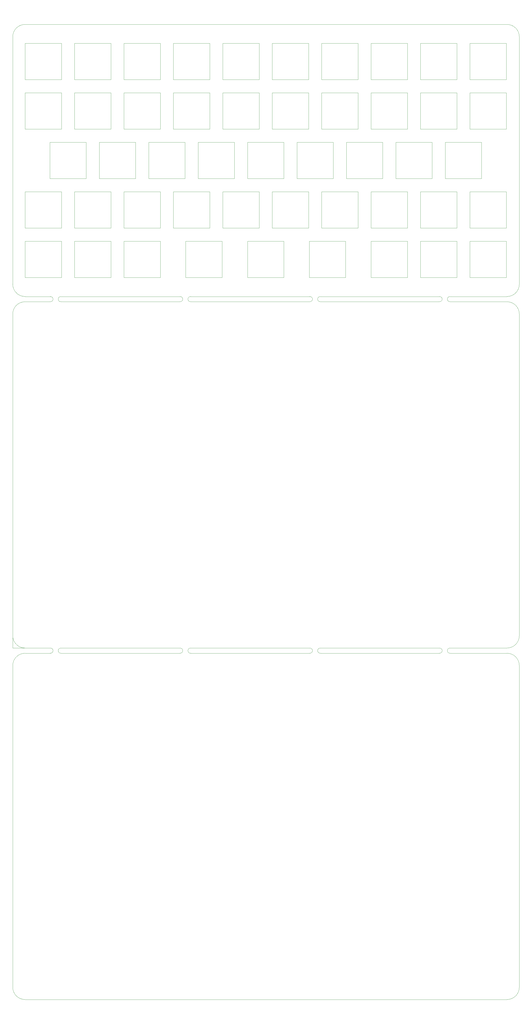
<source format=gbr>
%TF.GenerationSoftware,KiCad,Pcbnew,8.0.6*%
%TF.CreationDate,2024-11-17T06:17:46-07:00*%
%TF.ProjectId,framework,6672616d-6577-46f7-926b-2e6b69636164,1*%
%TF.SameCoordinates,Original*%
%TF.FileFunction,Profile,NP*%
%FSLAX46Y46*%
G04 Gerber Fmt 4.6, Leading zero omitted, Abs format (unit mm)*
G04 Created by KiCad (PCBNEW 8.0.6) date 2024-11-17 06:17:46*
%MOMM*%
%LPD*%
G01*
G04 APERTURE LIST*
%TA.AperFunction,Profile*%
%ADD10C,0.050000*%
%TD*%
G04 APERTURE END LIST*
D10*
X219867875Y-163303625D02*
X205867875Y-163303625D01*
X91567875Y-450528625D02*
X91567875Y-326703625D01*
X96330375Y-319941125D02*
X91567875Y-319941125D01*
X96330375Y-79816125D02*
X282067875Y-79816125D01*
X106105375Y-321941125D02*
X96330375Y-321941125D01*
X243680375Y-177303625D02*
X243680375Y-163303625D01*
X260105375Y-321941125D02*
X282067875Y-321941125D01*
X91567875Y-315178625D02*
X91567875Y-319941125D01*
X205867875Y-163303625D02*
X205867875Y-177303625D01*
X229680375Y-177303625D02*
X243680375Y-177303625D01*
X196055375Y-177303625D02*
X196055375Y-163303625D01*
X260105375Y-319941125D02*
X282067875Y-319941125D01*
X243680375Y-163303625D02*
X229680375Y-163303625D01*
X260105375Y-184591125D02*
X282067875Y-184591125D01*
X196055375Y-163303625D02*
X182055375Y-163303625D01*
X96330375Y-319941125D02*
X106105375Y-319941125D01*
X229680375Y-163303625D02*
X229680375Y-177303625D01*
X282067875Y-455291125D02*
X96330375Y-455291125D01*
X260105375Y-186591125D02*
X282067875Y-186591125D01*
X219867875Y-177303625D02*
X219867875Y-163303625D01*
X191580375Y-101103625D02*
X205580375Y-101103625D01*
X248730375Y-158253625D02*
X262730375Y-158253625D01*
X248730375Y-106153625D02*
X248730375Y-120153625D01*
X262730375Y-106153625D02*
X248730375Y-106153625D01*
X172530375Y-144253625D02*
X172530375Y-158253625D01*
X248730375Y-144253625D02*
X248730375Y-158253625D01*
X172530375Y-158253625D02*
X186530375Y-158253625D01*
X248730375Y-120153625D02*
X262730375Y-120153625D01*
X281780375Y-120153625D02*
X281780375Y-106153625D01*
X282067875Y-321941125D02*
G75*
G02*
X286830375Y-326703625I25J-4762475D01*
G01*
X243680375Y-144253625D02*
X229680375Y-144253625D01*
X272255375Y-139203625D02*
X272255375Y-125203625D01*
X267780375Y-101103625D02*
X281780375Y-101103625D01*
X262730375Y-158253625D02*
X262730375Y-144253625D01*
X172530375Y-101103625D02*
X186530375Y-101103625D01*
X258255375Y-125203625D02*
X258255375Y-139203625D01*
X186530375Y-87103625D02*
X172530375Y-87103625D01*
X267780375Y-158253625D02*
X281780375Y-158253625D01*
X281780375Y-144253625D02*
X267780375Y-144253625D01*
X182055375Y-139203625D02*
X196055375Y-139203625D01*
X258255375Y-139203625D02*
X272255375Y-139203625D01*
X186530375Y-106153625D02*
X172530375Y-106153625D01*
X224630375Y-101103625D02*
X224630375Y-87103625D01*
X224630375Y-87103625D02*
X210630375Y-87103625D01*
X243680375Y-120153625D02*
X243680375Y-106153625D01*
X91567875Y-191353625D02*
X91567875Y-315178625D01*
X205580375Y-120153625D02*
X205580375Y-106153625D01*
X182055375Y-125203625D02*
X182055375Y-139203625D01*
X267780375Y-120153625D02*
X281780375Y-120153625D01*
X129380375Y-177303625D02*
X129380375Y-163303625D01*
X262730375Y-144253625D02*
X248730375Y-144253625D01*
X110330375Y-163303625D02*
X96330375Y-163303625D01*
X281780375Y-158253625D02*
X281780375Y-144253625D01*
X110330375Y-177303625D02*
X110330375Y-163303625D01*
X282067875Y-79816125D02*
G75*
G02*
X286830375Y-84578625I25J-4762475D01*
G01*
X115380375Y-163303625D02*
X115380375Y-177303625D01*
X182055375Y-163303625D02*
X182055375Y-177303625D01*
X262730375Y-101103625D02*
X262730375Y-87103625D01*
X262730375Y-87103625D02*
X248730375Y-87103625D01*
X286830375Y-315178625D02*
G75*
G02*
X282067875Y-319941075I-4762475J25D01*
G01*
X267780375Y-144253625D02*
X267780375Y-158253625D01*
X253205375Y-125203625D02*
X239205375Y-125203625D01*
X286830375Y-315178625D02*
X286830375Y-191353625D01*
X182055375Y-177303625D02*
X196055375Y-177303625D01*
X115380375Y-177303625D02*
X129380375Y-177303625D01*
X96330375Y-319941125D02*
G75*
G02*
X91567875Y-315178625I25J4762525D01*
G01*
X286830375Y-450528625D02*
G75*
G02*
X282067875Y-455291075I-4762475J25D01*
G01*
X96330375Y-184591125D02*
G75*
G02*
X91567875Y-179828625I25J4762525D01*
G01*
X96330375Y-455291125D02*
G75*
G02*
X91567875Y-450528625I25J4762525D01*
G01*
X91567875Y-84578625D02*
G75*
G02*
X96330375Y-79816075I4762525J25D01*
G01*
X96330375Y-163303625D02*
X96330375Y-177303625D01*
X186530375Y-101103625D02*
X186530375Y-87103625D01*
X286830375Y-326703625D02*
X286830375Y-450528625D01*
X191580375Y-120153625D02*
X205580375Y-120153625D01*
X153480375Y-87103625D02*
X153480375Y-101103625D01*
X234155375Y-125203625D02*
X220155375Y-125203625D01*
X220155375Y-125203625D02*
X220155375Y-139203625D01*
X210105375Y-186591125D02*
G75*
G02*
X210105375Y-184591075I25J1000025D01*
G01*
X191580375Y-144253625D02*
X191580375Y-158253625D01*
X172530375Y-120153625D02*
X186530375Y-120153625D01*
X215105375Y-125203625D02*
X201105375Y-125203625D01*
X157955375Y-125203625D02*
X143955375Y-125203625D01*
X172530375Y-106153625D02*
X172530375Y-120153625D01*
X205580375Y-144253625D02*
X191580375Y-144253625D01*
X205580375Y-87103625D02*
X191580375Y-87103625D01*
X134430375Y-106153625D02*
X134430375Y-120153625D01*
X201105375Y-139203625D02*
X215105375Y-139203625D01*
X186530375Y-158253625D02*
X186530375Y-144253625D01*
X205580375Y-158253625D02*
X205580375Y-144253625D01*
X143955375Y-125203625D02*
X143955375Y-139203625D01*
X153480375Y-101103625D02*
X167480375Y-101103625D01*
X210630375Y-101103625D02*
X224630375Y-101103625D01*
X210630375Y-144253625D02*
X210630375Y-158253625D01*
X110105375Y-186591125D02*
G75*
G02*
X110105375Y-184591075I25J1000025D01*
G01*
X215105375Y-139203625D02*
X215105375Y-125203625D01*
X167480375Y-101103625D02*
X167480375Y-87103625D01*
X201105375Y-125203625D02*
X201105375Y-139203625D01*
X272255375Y-125203625D02*
X258255375Y-125203625D01*
X224630375Y-158253625D02*
X224630375Y-144253625D01*
X148430375Y-106153625D02*
X134430375Y-106153625D01*
X191580375Y-106153625D02*
X191580375Y-120153625D01*
X167480375Y-87103625D02*
X153480375Y-87103625D01*
X206105375Y-184591125D02*
G75*
G02*
X206105375Y-186591075I25J-999975D01*
G01*
X260105375Y-186591125D02*
G75*
G02*
X260105375Y-184591075I25J1000025D01*
G01*
X220155375Y-139203625D02*
X234155375Y-139203625D01*
X134430375Y-120153625D02*
X148430375Y-120153625D01*
X224630375Y-106153625D02*
X210630375Y-106153625D01*
X210630375Y-158253625D02*
X224630375Y-158253625D01*
X224630375Y-120153625D02*
X224630375Y-106153625D01*
X191580375Y-158253625D02*
X205580375Y-158253625D01*
X267780375Y-106153625D02*
X267780375Y-120153625D01*
X186530375Y-120153625D02*
X186530375Y-106153625D01*
X110105375Y-184591125D02*
X156105375Y-184591125D01*
X224630375Y-144253625D02*
X210630375Y-144253625D01*
X148430375Y-101103625D02*
X148430375Y-87103625D01*
X196055375Y-125203625D02*
X182055375Y-125203625D01*
X234155375Y-139203625D02*
X234155375Y-125203625D01*
X205580375Y-101103625D02*
X205580375Y-87103625D01*
X205580375Y-106153625D02*
X191580375Y-106153625D01*
X210630375Y-120153625D02*
X224630375Y-120153625D01*
X256105375Y-184591125D02*
G75*
G02*
X256105375Y-186591075I25J-999975D01*
G01*
X160105375Y-184591125D02*
X206105375Y-184591125D01*
X286830375Y-179828625D02*
G75*
G02*
X282067875Y-184591075I-4762475J25D01*
G01*
X260105375Y-321941125D02*
G75*
G02*
X260105375Y-319941075I25J1000025D01*
G01*
X160105375Y-321941125D02*
G75*
G02*
X160105375Y-319941075I25J1000025D01*
G01*
X156105375Y-319941125D02*
G75*
G02*
X156105375Y-321941075I25J-999975D01*
G01*
X206105375Y-319941125D02*
G75*
G02*
X206105375Y-321941075I25J-999975D01*
G01*
X229680375Y-120153625D02*
X243680375Y-120153625D01*
X160105375Y-319941125D02*
X206105375Y-319941125D01*
X210105375Y-321941125D02*
X256105375Y-321941125D01*
X91567875Y-179828625D02*
X91567875Y-84578625D01*
X256105375Y-319941125D02*
G75*
G02*
X256105375Y-321941075I25J-999975D01*
G01*
X160105375Y-186591125D02*
G75*
G02*
X160105375Y-184591075I25J1000025D01*
G01*
X91567875Y-326703625D02*
G75*
G02*
X96330375Y-321941075I4762525J25D01*
G01*
X210105375Y-319941125D02*
X256105375Y-319941125D01*
X106105375Y-319941125D02*
G75*
G02*
X106105375Y-321941075I25J-999975D01*
G01*
X281780375Y-163303625D02*
X267780375Y-163303625D01*
X248730375Y-163303625D02*
X248730375Y-177303625D01*
X153480375Y-120153625D02*
X167480375Y-120153625D01*
X153480375Y-158253625D02*
X167480375Y-158253625D01*
X153480375Y-106153625D02*
X153480375Y-120153625D01*
X96330375Y-186591125D02*
X106105375Y-186591125D01*
X177005375Y-139203625D02*
X177005375Y-125203625D01*
X138905375Y-139203625D02*
X138905375Y-125203625D01*
X129380375Y-158253625D02*
X129380375Y-144253625D01*
X267780375Y-87103625D02*
X267780375Y-101103625D01*
X243680375Y-158253625D02*
X243680375Y-144253625D01*
X167480375Y-144253625D02*
X153480375Y-144253625D01*
X167480375Y-106153625D02*
X153480375Y-106153625D01*
X243680375Y-106153625D02*
X229680375Y-106153625D01*
X243680375Y-87103625D02*
X229680375Y-87103625D01*
X229680375Y-144253625D02*
X229680375Y-158253625D01*
X210105375Y-186591125D02*
X256105375Y-186591125D01*
X148430375Y-120153625D02*
X148430375Y-106153625D01*
X156105375Y-184591125D02*
G75*
G02*
X156105375Y-186591075I25J-999975D01*
G01*
X134430375Y-101103625D02*
X148430375Y-101103625D01*
X167480375Y-120153625D02*
X167480375Y-106153625D01*
X110105375Y-321941125D02*
X156105375Y-321941125D01*
X110105375Y-319941125D02*
X156105375Y-319941125D01*
X267780375Y-163303625D02*
X267780375Y-177303625D01*
X248730375Y-177303625D02*
X262730375Y-177303625D01*
X262730375Y-163303625D02*
X248730375Y-163303625D01*
X253205375Y-139203625D02*
X253205375Y-125203625D01*
X153480375Y-144253625D02*
X153480375Y-158253625D01*
X282067875Y-186591125D02*
G75*
G02*
X286830375Y-191353625I25J-4762475D01*
G01*
X163005375Y-125203625D02*
X163005375Y-139203625D01*
X134430375Y-158253625D02*
X148430375Y-158253625D01*
X160105375Y-321941125D02*
X206105375Y-321941125D01*
X210105375Y-321941125D02*
G75*
G02*
X210105375Y-319941075I25J1000025D01*
G01*
X110105375Y-186591125D02*
X156105375Y-186591125D01*
X163005375Y-139203625D02*
X177005375Y-139203625D01*
X191580375Y-87103625D02*
X191580375Y-101103625D01*
X229680375Y-158253625D02*
X243680375Y-158253625D01*
X281780375Y-101103625D02*
X281780375Y-87103625D01*
X229680375Y-87103625D02*
X229680375Y-101103625D01*
X129380375Y-163303625D02*
X115380375Y-163303625D01*
X196055375Y-139203625D02*
X196055375Y-125203625D01*
X210105375Y-184591125D02*
X256105375Y-184591125D01*
X281780375Y-106153625D02*
X267780375Y-106153625D01*
X110105375Y-321941125D02*
G75*
G02*
X110105375Y-319941075I25J1000025D01*
G01*
X205867875Y-177303625D02*
X219867875Y-177303625D01*
X106105375Y-184591125D02*
G75*
G02*
X106105375Y-186591075I25J-999975D01*
G01*
X160105375Y-186591125D02*
X206105375Y-186591125D01*
X239205375Y-125203625D02*
X239205375Y-139203625D01*
X262730375Y-120153625D02*
X262730375Y-106153625D01*
X248730375Y-101103625D02*
X262730375Y-101103625D01*
X239205375Y-139203625D02*
X253205375Y-139203625D01*
X177005375Y-125203625D02*
X163005375Y-125203625D01*
X281780375Y-177303625D02*
X281780375Y-163303625D01*
X124905375Y-125203625D02*
X124905375Y-139203625D01*
X129380375Y-106153625D02*
X115380375Y-106153625D01*
X110330375Y-106153625D02*
X96330375Y-106153625D01*
X134430375Y-163303625D02*
X134430375Y-177303625D01*
X119855375Y-139203625D02*
X119855375Y-125203625D01*
X96330375Y-144253625D02*
X96330375Y-158253625D01*
X91567875Y-191353625D02*
G75*
G02*
X96330375Y-186591075I4762525J25D01*
G01*
X110330375Y-158253625D02*
X110330375Y-144253625D01*
X267780375Y-177303625D02*
X281780375Y-177303625D01*
X158242875Y-163303625D02*
X158242875Y-177303625D01*
X172242875Y-163303625D02*
X158242875Y-163303625D01*
X158242875Y-177303625D02*
X172242875Y-177303625D01*
X115380375Y-120153625D02*
X129380375Y-120153625D01*
X148430375Y-163303625D02*
X134430375Y-163303625D01*
X148430375Y-177303625D02*
X148430375Y-163303625D01*
X96330375Y-177303625D02*
X110330375Y-177303625D01*
X143955375Y-139203625D02*
X157955375Y-139203625D01*
X115380375Y-158253625D02*
X129380375Y-158253625D01*
X148430375Y-144253625D02*
X134430375Y-144253625D01*
X157955375Y-139203625D02*
X157955375Y-125203625D01*
X172530375Y-87103625D02*
X172530375Y-101103625D01*
X210630375Y-87103625D02*
X210630375Y-101103625D01*
X115380375Y-101103625D02*
X129380375Y-101103625D01*
X110330375Y-87103625D02*
X96330375Y-87103625D01*
X134430375Y-177303625D02*
X148430375Y-177303625D01*
X129380375Y-87103625D02*
X115380375Y-87103625D01*
X115380375Y-87103625D02*
X115380375Y-101103625D01*
X96330375Y-101103625D02*
X110330375Y-101103625D01*
X96330375Y-184591125D02*
X106105375Y-184591125D01*
X129380375Y-101103625D02*
X129380375Y-87103625D01*
X115380375Y-144253625D02*
X115380375Y-158253625D01*
X148430375Y-158253625D02*
X148430375Y-144253625D01*
X110330375Y-144253625D02*
X96330375Y-144253625D01*
X105855375Y-125203625D02*
X105855375Y-139203625D01*
X138905375Y-125203625D02*
X124905375Y-125203625D01*
X148430375Y-87103625D02*
X134430375Y-87103625D01*
X229680375Y-106153625D02*
X229680375Y-120153625D01*
X129380375Y-120153625D02*
X129380375Y-106153625D01*
X186530375Y-144253625D02*
X172530375Y-144253625D01*
X281780375Y-87103625D02*
X267780375Y-87103625D01*
X105855375Y-139203625D02*
X119855375Y-139203625D01*
X96330375Y-87103625D02*
X96330375Y-101103625D01*
X262730375Y-177303625D02*
X262730375Y-163303625D01*
X110330375Y-120153625D02*
X110330375Y-106153625D01*
X229680375Y-101103625D02*
X243680375Y-101103625D01*
X167480375Y-158253625D02*
X167480375Y-144253625D01*
X110330375Y-101103625D02*
X110330375Y-87103625D01*
X172242875Y-177303625D02*
X172242875Y-163303625D01*
X134430375Y-87103625D02*
X134430375Y-101103625D01*
X129380375Y-144253625D02*
X115380375Y-144253625D01*
X210630375Y-106153625D02*
X210630375Y-120153625D01*
X134430375Y-144253625D02*
X134430375Y-158253625D01*
X96330375Y-120153625D02*
X110330375Y-120153625D01*
X286830375Y-84578625D02*
X286830375Y-179828625D01*
X119855375Y-125203625D02*
X105855375Y-125203625D01*
X96330375Y-106153625D02*
X96330375Y-120153625D01*
X243680375Y-101103625D02*
X243680375Y-87103625D01*
X115380375Y-106153625D02*
X115380375Y-120153625D01*
X124905375Y-139203625D02*
X138905375Y-139203625D01*
X96330375Y-158253625D02*
X110330375Y-158253625D01*
X248730375Y-87103625D02*
X248730375Y-101103625D01*
M02*

</source>
